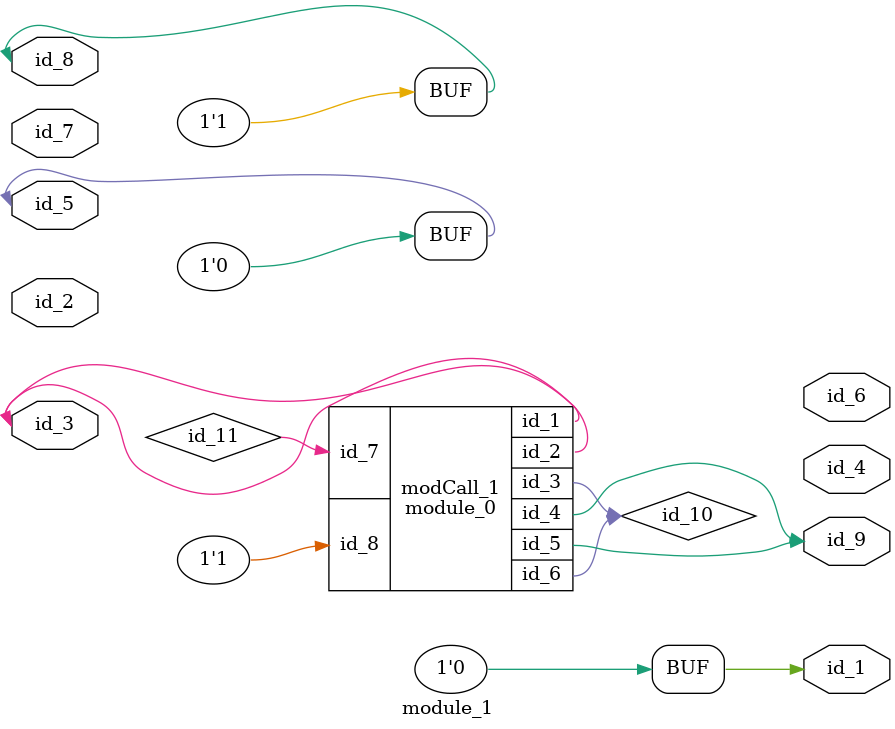
<source format=v>
module module_0 (
    id_1,
    id_2,
    id_3,
    id_4,
    id_5,
    id_6,
    id_7,
    id_8
);
  input wire id_8;
  input wire id_7;
  inout wire id_6;
  output wire id_5;
  output wire id_4;
  inout wire id_3;
  inout wire id_2;
  output wire id_1;
  assign id_4 = id_3 ? id_6 == id_6 : id_2;
  assign id_2 = 1 ? 1 : 1;
  wire id_9, id_10;
endmodule
module module_1 (
    id_1,
    id_2,
    id_3,
    id_4,
    id_5,
    id_6,
    id_7,
    id_8,
    id_9
);
  output wire id_9;
  inout wire id_8;
  inout wire id_7;
  output wire id_6;
  inout wire id_5;
  output wire id_4;
  inout wire id_3;
  input wire id_2;
  output wire id_1;
  assign id_1 = id_5;
  assign id_8 = 1;
  wire id_10, id_11;
  module_0 modCall_1 (
      id_3,
      id_3,
      id_10,
      id_9,
      id_9,
      id_10,
      id_11,
      id_8
  );
  always @(1) id_5 <= 1 && 1'b0 && id_5 >= "";
endmodule

</source>
